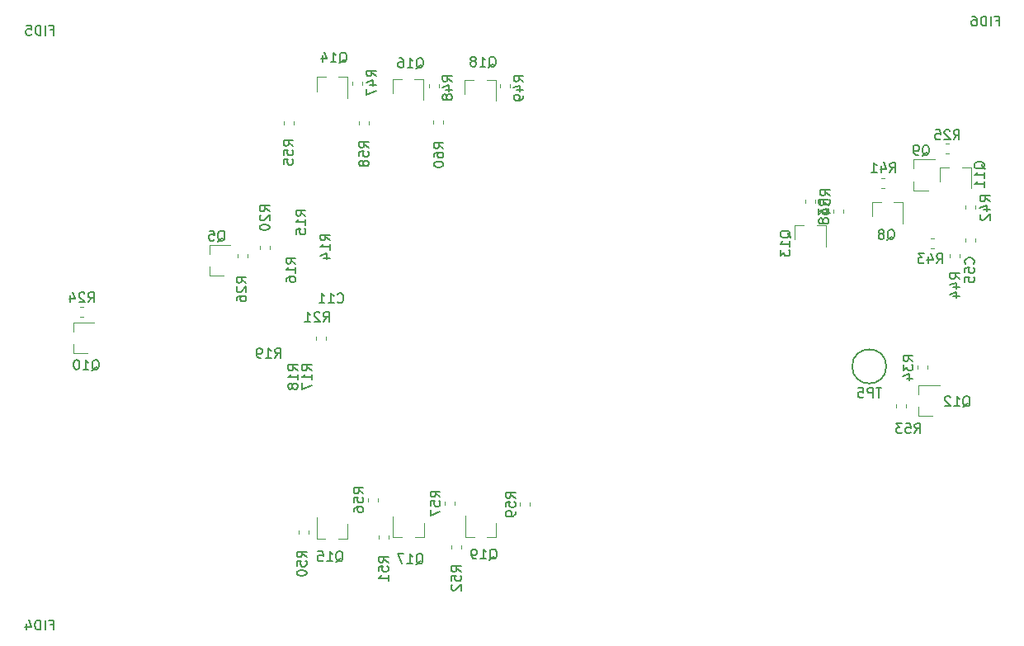
<source format=gbr>
G04 #@! TF.GenerationSoftware,KiCad,Pcbnew,(5.1.5)-3*
G04 #@! TF.CreationDate,2020-07-02T21:41:11-07:00*
G04 #@! TF.ProjectId,Pufferfish-Power-1,50756666-6572-4666-9973-682d506f7765,v0.1*
G04 #@! TF.SameCoordinates,Original*
G04 #@! TF.FileFunction,Legend,Bot*
G04 #@! TF.FilePolarity,Positive*
%FSLAX46Y46*%
G04 Gerber Fmt 4.6, Leading zero omitted, Abs format (unit mm)*
G04 Created by KiCad (PCBNEW (5.1.5)-3) date 2020-07-02 21:41:11*
%MOMM*%
%LPD*%
G04 APERTURE LIST*
%ADD10C,0.120000*%
%ADD11C,0.150000*%
G04 APERTURE END LIST*
D10*
X198676800Y-95869979D02*
X198676800Y-95544421D01*
X199696800Y-95869979D02*
X199696800Y-95544421D01*
D11*
X190599000Y-108635800D02*
G75*
G03X190599000Y-108635800I-1750000J0D01*
G01*
D10*
X150551000Y-126134400D02*
X150551000Y-124674400D01*
X147391000Y-126134400D02*
X147391000Y-123974400D01*
X147391000Y-126134400D02*
X148321000Y-126134400D01*
X150551000Y-126134400D02*
X149621000Y-126134400D01*
X147340200Y-79224600D02*
X147340200Y-80684600D01*
X150500200Y-79224600D02*
X150500200Y-81384600D01*
X150500200Y-79224600D02*
X149570200Y-79224600D01*
X147340200Y-79224600D02*
X148270200Y-79224600D01*
X143134200Y-126159800D02*
X143134200Y-124699800D01*
X139974200Y-126159800D02*
X139974200Y-123999800D01*
X139974200Y-126159800D02*
X140904200Y-126159800D01*
X143134200Y-126159800D02*
X142204200Y-126159800D01*
X139948800Y-79123000D02*
X139948800Y-80583000D01*
X143108800Y-79123000D02*
X143108800Y-81283000D01*
X143108800Y-79123000D02*
X142178800Y-79123000D01*
X139948800Y-79123000D02*
X140878800Y-79123000D01*
X135285600Y-126286800D02*
X135285600Y-124826800D01*
X132125600Y-126286800D02*
X132125600Y-124126800D01*
X132125600Y-126286800D02*
X133055600Y-126286800D01*
X135285600Y-126286800D02*
X134355600Y-126286800D01*
X132176400Y-78945200D02*
X132176400Y-80405200D01*
X135336400Y-78945200D02*
X135336400Y-81105200D01*
X135336400Y-78945200D02*
X134406400Y-78945200D01*
X132176400Y-78945200D02*
X133106400Y-78945200D01*
X144143000Y-83754179D02*
X144143000Y-83428621D01*
X145163000Y-83754179D02*
X145163000Y-83428621D01*
X154027600Y-122620821D02*
X154027600Y-122946379D01*
X153007600Y-122620821D02*
X153007600Y-122946379D01*
X136446800Y-83804979D02*
X136446800Y-83479421D01*
X137466800Y-83804979D02*
X137466800Y-83479421D01*
X146306000Y-122519221D02*
X146306000Y-122844779D01*
X145286000Y-122519221D02*
X145286000Y-122844779D01*
X138432000Y-122163621D02*
X138432000Y-122489179D01*
X137412000Y-122163621D02*
X137412000Y-122489179D01*
X128750600Y-83830379D02*
X128750600Y-83504821D01*
X129770600Y-83830379D02*
X129770600Y-83504821D01*
X183339200Y-91531221D02*
X183339200Y-91856779D01*
X182319200Y-91531221D02*
X182319200Y-91856779D01*
X192635600Y-112562421D02*
X192635600Y-112887979D01*
X191615600Y-112562421D02*
X191615600Y-112887979D01*
X196712621Y-85748400D02*
X197038179Y-85748400D01*
X196712621Y-86768400D02*
X197038179Y-86768400D01*
X108214379Y-103532400D02*
X107888821Y-103532400D01*
X108214379Y-102512400D02*
X107888821Y-102512400D01*
X181208600Y-94150400D02*
X181208600Y-95610400D01*
X184368600Y-94150400D02*
X184368600Y-96310400D01*
X184368600Y-94150400D02*
X183438600Y-94150400D01*
X181208600Y-94150400D02*
X182138600Y-94150400D01*
X193905600Y-113746400D02*
X195365600Y-113746400D01*
X193905600Y-110586400D02*
X196065600Y-110586400D01*
X193905600Y-110586400D02*
X193905600Y-111516400D01*
X193905600Y-113746400D02*
X193905600Y-112816400D01*
X196108200Y-88190800D02*
X196108200Y-89650800D01*
X199268200Y-88190800D02*
X199268200Y-90350800D01*
X199268200Y-88190800D02*
X198338200Y-88190800D01*
X196108200Y-88190800D02*
X197038200Y-88190800D01*
X107164600Y-107269400D02*
X108624600Y-107269400D01*
X107164600Y-104109400D02*
X109324600Y-104109400D01*
X107164600Y-104109400D02*
X107164600Y-105039400D01*
X107164600Y-107269400D02*
X107164600Y-106339400D01*
X145946400Y-127340579D02*
X145946400Y-127015021D01*
X146966400Y-127340579D02*
X146966400Y-127015021D01*
X138504200Y-126349979D02*
X138504200Y-126024421D01*
X139524200Y-126349979D02*
X139524200Y-126024421D01*
X130274600Y-125816579D02*
X130274600Y-125491021D01*
X131294600Y-125816579D02*
X131294600Y-125491021D01*
X151970200Y-79694821D02*
X151970200Y-80020379D01*
X150950200Y-79694821D02*
X150950200Y-80020379D01*
X144680400Y-79694821D02*
X144680400Y-80020379D01*
X143660400Y-79694821D02*
X143660400Y-80020379D01*
X136831800Y-79390021D02*
X136831800Y-79715579D01*
X135811800Y-79390021D02*
X135811800Y-79715579D01*
X198147400Y-97119221D02*
X198147400Y-97444779D01*
X197127400Y-97119221D02*
X197127400Y-97444779D01*
X195137821Y-95476600D02*
X195463379Y-95476600D01*
X195137821Y-96496600D02*
X195463379Y-96496600D01*
X199722200Y-92115421D02*
X199722200Y-92440979D01*
X198702200Y-92115421D02*
X198702200Y-92440979D01*
X190108621Y-89329800D02*
X190434179Y-89329800D01*
X190108621Y-90349800D02*
X190434179Y-90349800D01*
X193423000Y-90556200D02*
X194883000Y-90556200D01*
X193423000Y-87396200D02*
X195583000Y-87396200D01*
X193423000Y-87396200D02*
X193423000Y-88326200D01*
X193423000Y-90556200D02*
X193423000Y-89626200D01*
X189148600Y-91797600D02*
X189148600Y-93257600D01*
X192308600Y-91797600D02*
X192308600Y-93957600D01*
X192308600Y-91797600D02*
X191378600Y-91797600D01*
X189148600Y-91797600D02*
X190078600Y-91797600D01*
X186158600Y-92572621D02*
X186158600Y-92898179D01*
X185138600Y-92572621D02*
X185138600Y-92898179D01*
X194820000Y-108574621D02*
X194820000Y-108900179D01*
X193800000Y-108574621D02*
X193800000Y-108900179D01*
X125097000Y-97144621D02*
X125097000Y-97470179D01*
X124077000Y-97144621D02*
X124077000Y-97470179D01*
X121134600Y-99344600D02*
X122594600Y-99344600D01*
X121134600Y-96184600D02*
X123294600Y-96184600D01*
X121134600Y-96184600D02*
X121134600Y-97114600D01*
X121134600Y-99344600D02*
X121134600Y-98414600D01*
X133098000Y-105602821D02*
X133098000Y-105928379D01*
X132078000Y-105602821D02*
X132078000Y-105928379D01*
X126363000Y-96581179D02*
X126363000Y-96255621D01*
X127383000Y-96581179D02*
X127383000Y-96255621D01*
D11*
X199543942Y-98112342D02*
X199591561Y-98064723D01*
X199639180Y-97921866D01*
X199639180Y-97826628D01*
X199591561Y-97683771D01*
X199496323Y-97588533D01*
X199401085Y-97540914D01*
X199210609Y-97493295D01*
X199067752Y-97493295D01*
X198877276Y-97540914D01*
X198782038Y-97588533D01*
X198686800Y-97683771D01*
X198639180Y-97826628D01*
X198639180Y-97921866D01*
X198686800Y-98064723D01*
X198734419Y-98112342D01*
X198639180Y-99017104D02*
X198639180Y-98540914D01*
X199115371Y-98493295D01*
X199067752Y-98540914D01*
X199020133Y-98636152D01*
X199020133Y-98874247D01*
X199067752Y-98969485D01*
X199115371Y-99017104D01*
X199210609Y-99064723D01*
X199448704Y-99064723D01*
X199543942Y-99017104D01*
X199591561Y-98969485D01*
X199639180Y-98874247D01*
X199639180Y-98636152D01*
X199591561Y-98540914D01*
X199543942Y-98493295D01*
X198639180Y-99969485D02*
X198639180Y-99493295D01*
X199115371Y-99445676D01*
X199067752Y-99493295D01*
X199020133Y-99588533D01*
X199020133Y-99826628D01*
X199067752Y-99921866D01*
X199115371Y-99969485D01*
X199210609Y-100017104D01*
X199448704Y-100017104D01*
X199543942Y-99969485D01*
X199591561Y-99921866D01*
X199639180Y-99826628D01*
X199639180Y-99588533D01*
X199591561Y-99493295D01*
X199543942Y-99445676D01*
X190110904Y-110838180D02*
X189539476Y-110838180D01*
X189825190Y-111838180D02*
X189825190Y-110838180D01*
X189206142Y-111838180D02*
X189206142Y-110838180D01*
X188825190Y-110838180D01*
X188729952Y-110885800D01*
X188682333Y-110933419D01*
X188634714Y-111028657D01*
X188634714Y-111171514D01*
X188682333Y-111266752D01*
X188729952Y-111314371D01*
X188825190Y-111361990D01*
X189206142Y-111361990D01*
X187729952Y-110838180D02*
X188206142Y-110838180D01*
X188253761Y-111314371D01*
X188206142Y-111266752D01*
X188110904Y-111219133D01*
X187872809Y-111219133D01*
X187777571Y-111266752D01*
X187729952Y-111314371D01*
X187682333Y-111409609D01*
X187682333Y-111647704D01*
X187729952Y-111742942D01*
X187777571Y-111790561D01*
X187872809Y-111838180D01*
X188110904Y-111838180D01*
X188206142Y-111790561D01*
X188253761Y-111742942D01*
X149872628Y-128487419D02*
X149967866Y-128439800D01*
X150063104Y-128344561D01*
X150205961Y-128201704D01*
X150301200Y-128154085D01*
X150396438Y-128154085D01*
X150348819Y-128392180D02*
X150444057Y-128344561D01*
X150539295Y-128249323D01*
X150586914Y-128058847D01*
X150586914Y-127725514D01*
X150539295Y-127535038D01*
X150444057Y-127439800D01*
X150348819Y-127392180D01*
X150158342Y-127392180D01*
X150063104Y-127439800D01*
X149967866Y-127535038D01*
X149920247Y-127725514D01*
X149920247Y-128058847D01*
X149967866Y-128249323D01*
X150063104Y-128344561D01*
X150158342Y-128392180D01*
X150348819Y-128392180D01*
X148967866Y-128392180D02*
X149539295Y-128392180D01*
X149253580Y-128392180D02*
X149253580Y-127392180D01*
X149348819Y-127535038D01*
X149444057Y-127630276D01*
X149539295Y-127677895D01*
X148491676Y-128392180D02*
X148301200Y-128392180D01*
X148205961Y-128344561D01*
X148158342Y-128296942D01*
X148063104Y-128154085D01*
X148015485Y-127963609D01*
X148015485Y-127582657D01*
X148063104Y-127487419D01*
X148110723Y-127439800D01*
X148205961Y-127392180D01*
X148396438Y-127392180D01*
X148491676Y-127439800D01*
X148539295Y-127487419D01*
X148586914Y-127582657D01*
X148586914Y-127820752D01*
X148539295Y-127915990D01*
X148491676Y-127963609D01*
X148396438Y-128011228D01*
X148205961Y-128011228D01*
X148110723Y-127963609D01*
X148063104Y-127915990D01*
X148015485Y-127820752D01*
X149796428Y-77966819D02*
X149891666Y-77919200D01*
X149986904Y-77823961D01*
X150129761Y-77681104D01*
X150225000Y-77633485D01*
X150320238Y-77633485D01*
X150272619Y-77871580D02*
X150367857Y-77823961D01*
X150463095Y-77728723D01*
X150510714Y-77538247D01*
X150510714Y-77204914D01*
X150463095Y-77014438D01*
X150367857Y-76919200D01*
X150272619Y-76871580D01*
X150082142Y-76871580D01*
X149986904Y-76919200D01*
X149891666Y-77014438D01*
X149844047Y-77204914D01*
X149844047Y-77538247D01*
X149891666Y-77728723D01*
X149986904Y-77823961D01*
X150082142Y-77871580D01*
X150272619Y-77871580D01*
X148891666Y-77871580D02*
X149463095Y-77871580D01*
X149177380Y-77871580D02*
X149177380Y-76871580D01*
X149272619Y-77014438D01*
X149367857Y-77109676D01*
X149463095Y-77157295D01*
X148320238Y-77300152D02*
X148415476Y-77252533D01*
X148463095Y-77204914D01*
X148510714Y-77109676D01*
X148510714Y-77062057D01*
X148463095Y-76966819D01*
X148415476Y-76919200D01*
X148320238Y-76871580D01*
X148129761Y-76871580D01*
X148034523Y-76919200D01*
X147986904Y-76966819D01*
X147939285Y-77062057D01*
X147939285Y-77109676D01*
X147986904Y-77204914D01*
X148034523Y-77252533D01*
X148129761Y-77300152D01*
X148320238Y-77300152D01*
X148415476Y-77347771D01*
X148463095Y-77395390D01*
X148510714Y-77490628D01*
X148510714Y-77681104D01*
X148463095Y-77776342D01*
X148415476Y-77823961D01*
X148320238Y-77871580D01*
X148129761Y-77871580D01*
X148034523Y-77823961D01*
X147986904Y-77776342D01*
X147939285Y-77681104D01*
X147939285Y-77490628D01*
X147986904Y-77395390D01*
X148034523Y-77347771D01*
X148129761Y-77300152D01*
X142328828Y-128970019D02*
X142424066Y-128922400D01*
X142519304Y-128827161D01*
X142662161Y-128684304D01*
X142757400Y-128636685D01*
X142852638Y-128636685D01*
X142805019Y-128874780D02*
X142900257Y-128827161D01*
X142995495Y-128731923D01*
X143043114Y-128541447D01*
X143043114Y-128208114D01*
X142995495Y-128017638D01*
X142900257Y-127922400D01*
X142805019Y-127874780D01*
X142614542Y-127874780D01*
X142519304Y-127922400D01*
X142424066Y-128017638D01*
X142376447Y-128208114D01*
X142376447Y-128541447D01*
X142424066Y-128731923D01*
X142519304Y-128827161D01*
X142614542Y-128874780D01*
X142805019Y-128874780D01*
X141424066Y-128874780D02*
X141995495Y-128874780D01*
X141709780Y-128874780D02*
X141709780Y-127874780D01*
X141805019Y-128017638D01*
X141900257Y-128112876D01*
X141995495Y-128160495D01*
X141090733Y-127874780D02*
X140424066Y-127874780D01*
X140852638Y-128874780D01*
X142354228Y-78068419D02*
X142449466Y-78020800D01*
X142544704Y-77925561D01*
X142687561Y-77782704D01*
X142782800Y-77735085D01*
X142878038Y-77735085D01*
X142830419Y-77973180D02*
X142925657Y-77925561D01*
X143020895Y-77830323D01*
X143068514Y-77639847D01*
X143068514Y-77306514D01*
X143020895Y-77116038D01*
X142925657Y-77020800D01*
X142830419Y-76973180D01*
X142639942Y-76973180D01*
X142544704Y-77020800D01*
X142449466Y-77116038D01*
X142401847Y-77306514D01*
X142401847Y-77639847D01*
X142449466Y-77830323D01*
X142544704Y-77925561D01*
X142639942Y-77973180D01*
X142830419Y-77973180D01*
X141449466Y-77973180D02*
X142020895Y-77973180D01*
X141735180Y-77973180D02*
X141735180Y-76973180D01*
X141830419Y-77116038D01*
X141925657Y-77211276D01*
X142020895Y-77258895D01*
X140592323Y-76973180D02*
X140782800Y-76973180D01*
X140878038Y-77020800D01*
X140925657Y-77068419D01*
X141020895Y-77211276D01*
X141068514Y-77401752D01*
X141068514Y-77782704D01*
X141020895Y-77877942D01*
X140973276Y-77925561D01*
X140878038Y-77973180D01*
X140687561Y-77973180D01*
X140592323Y-77925561D01*
X140544704Y-77877942D01*
X140497085Y-77782704D01*
X140497085Y-77544609D01*
X140544704Y-77449371D01*
X140592323Y-77401752D01*
X140687561Y-77354133D01*
X140878038Y-77354133D01*
X140973276Y-77401752D01*
X141020895Y-77449371D01*
X141068514Y-77544609D01*
X134099228Y-128716019D02*
X134194466Y-128668400D01*
X134289704Y-128573161D01*
X134432561Y-128430304D01*
X134527800Y-128382685D01*
X134623038Y-128382685D01*
X134575419Y-128620780D02*
X134670657Y-128573161D01*
X134765895Y-128477923D01*
X134813514Y-128287447D01*
X134813514Y-127954114D01*
X134765895Y-127763638D01*
X134670657Y-127668400D01*
X134575419Y-127620780D01*
X134384942Y-127620780D01*
X134289704Y-127668400D01*
X134194466Y-127763638D01*
X134146847Y-127954114D01*
X134146847Y-128287447D01*
X134194466Y-128477923D01*
X134289704Y-128573161D01*
X134384942Y-128620780D01*
X134575419Y-128620780D01*
X133194466Y-128620780D02*
X133765895Y-128620780D01*
X133480180Y-128620780D02*
X133480180Y-127620780D01*
X133575419Y-127763638D01*
X133670657Y-127858876D01*
X133765895Y-127906495D01*
X132289704Y-127620780D02*
X132765895Y-127620780D01*
X132813514Y-128096971D01*
X132765895Y-128049352D01*
X132670657Y-128001733D01*
X132432561Y-128001733D01*
X132337323Y-128049352D01*
X132289704Y-128096971D01*
X132242085Y-128192209D01*
X132242085Y-128430304D01*
X132289704Y-128525542D01*
X132337323Y-128573161D01*
X132432561Y-128620780D01*
X132670657Y-128620780D01*
X132765895Y-128573161D01*
X132813514Y-128525542D01*
X134480228Y-77509619D02*
X134575466Y-77462000D01*
X134670704Y-77366761D01*
X134813561Y-77223904D01*
X134908800Y-77176285D01*
X135004038Y-77176285D01*
X134956419Y-77414380D02*
X135051657Y-77366761D01*
X135146895Y-77271523D01*
X135194514Y-77081047D01*
X135194514Y-76747714D01*
X135146895Y-76557238D01*
X135051657Y-76462000D01*
X134956419Y-76414380D01*
X134765942Y-76414380D01*
X134670704Y-76462000D01*
X134575466Y-76557238D01*
X134527847Y-76747714D01*
X134527847Y-77081047D01*
X134575466Y-77271523D01*
X134670704Y-77366761D01*
X134765942Y-77414380D01*
X134956419Y-77414380D01*
X133575466Y-77414380D02*
X134146895Y-77414380D01*
X133861180Y-77414380D02*
X133861180Y-76414380D01*
X133956419Y-76557238D01*
X134051657Y-76652476D01*
X134146895Y-76700095D01*
X132718323Y-76747714D02*
X132718323Y-77414380D01*
X132956419Y-76366761D02*
X133194514Y-77081047D01*
X132575466Y-77081047D01*
X145156180Y-86275942D02*
X144679990Y-85942609D01*
X145156180Y-85704514D02*
X144156180Y-85704514D01*
X144156180Y-86085466D01*
X144203800Y-86180704D01*
X144251419Y-86228323D01*
X144346657Y-86275942D01*
X144489514Y-86275942D01*
X144584752Y-86228323D01*
X144632371Y-86180704D01*
X144679990Y-86085466D01*
X144679990Y-85704514D01*
X144156180Y-87133085D02*
X144156180Y-86942609D01*
X144203800Y-86847371D01*
X144251419Y-86799752D01*
X144394276Y-86704514D01*
X144584752Y-86656895D01*
X144965704Y-86656895D01*
X145060942Y-86704514D01*
X145108561Y-86752133D01*
X145156180Y-86847371D01*
X145156180Y-87037847D01*
X145108561Y-87133085D01*
X145060942Y-87180704D01*
X144965704Y-87228323D01*
X144727609Y-87228323D01*
X144632371Y-87180704D01*
X144584752Y-87133085D01*
X144537133Y-87037847D01*
X144537133Y-86847371D01*
X144584752Y-86752133D01*
X144632371Y-86704514D01*
X144727609Y-86656895D01*
X144156180Y-87847371D02*
X144156180Y-87942609D01*
X144203800Y-88037847D01*
X144251419Y-88085466D01*
X144346657Y-88133085D01*
X144537133Y-88180704D01*
X144775228Y-88180704D01*
X144965704Y-88133085D01*
X145060942Y-88085466D01*
X145108561Y-88037847D01*
X145156180Y-87942609D01*
X145156180Y-87847371D01*
X145108561Y-87752133D01*
X145060942Y-87704514D01*
X144965704Y-87656895D01*
X144775228Y-87609276D01*
X144537133Y-87609276D01*
X144346657Y-87656895D01*
X144251419Y-87704514D01*
X144203800Y-87752133D01*
X144156180Y-87847371D01*
X152539980Y-122140742D02*
X152063790Y-121807409D01*
X152539980Y-121569314D02*
X151539980Y-121569314D01*
X151539980Y-121950266D01*
X151587600Y-122045504D01*
X151635219Y-122093123D01*
X151730457Y-122140742D01*
X151873314Y-122140742D01*
X151968552Y-122093123D01*
X152016171Y-122045504D01*
X152063790Y-121950266D01*
X152063790Y-121569314D01*
X151539980Y-123045504D02*
X151539980Y-122569314D01*
X152016171Y-122521695D01*
X151968552Y-122569314D01*
X151920933Y-122664552D01*
X151920933Y-122902647D01*
X151968552Y-122997885D01*
X152016171Y-123045504D01*
X152111409Y-123093123D01*
X152349504Y-123093123D01*
X152444742Y-123045504D01*
X152492361Y-122997885D01*
X152539980Y-122902647D01*
X152539980Y-122664552D01*
X152492361Y-122569314D01*
X152444742Y-122521695D01*
X152539980Y-123569314D02*
X152539980Y-123759790D01*
X152492361Y-123855028D01*
X152444742Y-123902647D01*
X152301885Y-123997885D01*
X152111409Y-124045504D01*
X151730457Y-124045504D01*
X151635219Y-123997885D01*
X151587600Y-123950266D01*
X151539980Y-123855028D01*
X151539980Y-123664552D01*
X151587600Y-123569314D01*
X151635219Y-123521695D01*
X151730457Y-123474076D01*
X151968552Y-123474076D01*
X152063790Y-123521695D01*
X152111409Y-123569314D01*
X152159028Y-123664552D01*
X152159028Y-123855028D01*
X152111409Y-123950266D01*
X152063790Y-123997885D01*
X151968552Y-124045504D01*
X137485380Y-86174342D02*
X137009190Y-85841009D01*
X137485380Y-85602914D02*
X136485380Y-85602914D01*
X136485380Y-85983866D01*
X136533000Y-86079104D01*
X136580619Y-86126723D01*
X136675857Y-86174342D01*
X136818714Y-86174342D01*
X136913952Y-86126723D01*
X136961571Y-86079104D01*
X137009190Y-85983866D01*
X137009190Y-85602914D01*
X136485380Y-87079104D02*
X136485380Y-86602914D01*
X136961571Y-86555295D01*
X136913952Y-86602914D01*
X136866333Y-86698152D01*
X136866333Y-86936247D01*
X136913952Y-87031485D01*
X136961571Y-87079104D01*
X137056809Y-87126723D01*
X137294904Y-87126723D01*
X137390142Y-87079104D01*
X137437761Y-87031485D01*
X137485380Y-86936247D01*
X137485380Y-86698152D01*
X137437761Y-86602914D01*
X137390142Y-86555295D01*
X136913952Y-87698152D02*
X136866333Y-87602914D01*
X136818714Y-87555295D01*
X136723476Y-87507676D01*
X136675857Y-87507676D01*
X136580619Y-87555295D01*
X136533000Y-87602914D01*
X136485380Y-87698152D01*
X136485380Y-87888628D01*
X136533000Y-87983866D01*
X136580619Y-88031485D01*
X136675857Y-88079104D01*
X136723476Y-88079104D01*
X136818714Y-88031485D01*
X136866333Y-87983866D01*
X136913952Y-87888628D01*
X136913952Y-87698152D01*
X136961571Y-87602914D01*
X137009190Y-87555295D01*
X137104428Y-87507676D01*
X137294904Y-87507676D01*
X137390142Y-87555295D01*
X137437761Y-87602914D01*
X137485380Y-87698152D01*
X137485380Y-87888628D01*
X137437761Y-87983866D01*
X137390142Y-88031485D01*
X137294904Y-88079104D01*
X137104428Y-88079104D01*
X137009190Y-88031485D01*
X136961571Y-87983866D01*
X136913952Y-87888628D01*
X144818380Y-122039142D02*
X144342190Y-121705809D01*
X144818380Y-121467714D02*
X143818380Y-121467714D01*
X143818380Y-121848666D01*
X143866000Y-121943904D01*
X143913619Y-121991523D01*
X144008857Y-122039142D01*
X144151714Y-122039142D01*
X144246952Y-121991523D01*
X144294571Y-121943904D01*
X144342190Y-121848666D01*
X144342190Y-121467714D01*
X143818380Y-122943904D02*
X143818380Y-122467714D01*
X144294571Y-122420095D01*
X144246952Y-122467714D01*
X144199333Y-122562952D01*
X144199333Y-122801047D01*
X144246952Y-122896285D01*
X144294571Y-122943904D01*
X144389809Y-122991523D01*
X144627904Y-122991523D01*
X144723142Y-122943904D01*
X144770761Y-122896285D01*
X144818380Y-122801047D01*
X144818380Y-122562952D01*
X144770761Y-122467714D01*
X144723142Y-122420095D01*
X143818380Y-123324857D02*
X143818380Y-123991523D01*
X144818380Y-123562952D01*
X136944380Y-121683542D02*
X136468190Y-121350209D01*
X136944380Y-121112114D02*
X135944380Y-121112114D01*
X135944380Y-121493066D01*
X135992000Y-121588304D01*
X136039619Y-121635923D01*
X136134857Y-121683542D01*
X136277714Y-121683542D01*
X136372952Y-121635923D01*
X136420571Y-121588304D01*
X136468190Y-121493066D01*
X136468190Y-121112114D01*
X135944380Y-122588304D02*
X135944380Y-122112114D01*
X136420571Y-122064495D01*
X136372952Y-122112114D01*
X136325333Y-122207352D01*
X136325333Y-122445447D01*
X136372952Y-122540685D01*
X136420571Y-122588304D01*
X136515809Y-122635923D01*
X136753904Y-122635923D01*
X136849142Y-122588304D01*
X136896761Y-122540685D01*
X136944380Y-122445447D01*
X136944380Y-122207352D01*
X136896761Y-122112114D01*
X136849142Y-122064495D01*
X135944380Y-123493066D02*
X135944380Y-123302590D01*
X135992000Y-123207352D01*
X136039619Y-123159733D01*
X136182476Y-123064495D01*
X136372952Y-123016876D01*
X136753904Y-123016876D01*
X136849142Y-123064495D01*
X136896761Y-123112114D01*
X136944380Y-123207352D01*
X136944380Y-123397828D01*
X136896761Y-123493066D01*
X136849142Y-123540685D01*
X136753904Y-123588304D01*
X136515809Y-123588304D01*
X136420571Y-123540685D01*
X136372952Y-123493066D01*
X136325333Y-123397828D01*
X136325333Y-123207352D01*
X136372952Y-123112114D01*
X136420571Y-123064495D01*
X136515809Y-123016876D01*
X129738380Y-86021942D02*
X129262190Y-85688609D01*
X129738380Y-85450514D02*
X128738380Y-85450514D01*
X128738380Y-85831466D01*
X128786000Y-85926704D01*
X128833619Y-85974323D01*
X128928857Y-86021942D01*
X129071714Y-86021942D01*
X129166952Y-85974323D01*
X129214571Y-85926704D01*
X129262190Y-85831466D01*
X129262190Y-85450514D01*
X128738380Y-86926704D02*
X128738380Y-86450514D01*
X129214571Y-86402895D01*
X129166952Y-86450514D01*
X129119333Y-86545752D01*
X129119333Y-86783847D01*
X129166952Y-86879085D01*
X129214571Y-86926704D01*
X129309809Y-86974323D01*
X129547904Y-86974323D01*
X129643142Y-86926704D01*
X129690761Y-86879085D01*
X129738380Y-86783847D01*
X129738380Y-86545752D01*
X129690761Y-86450514D01*
X129643142Y-86402895D01*
X128738380Y-87879085D02*
X128738380Y-87402895D01*
X129214571Y-87355276D01*
X129166952Y-87402895D01*
X129119333Y-87498133D01*
X129119333Y-87736228D01*
X129166952Y-87831466D01*
X129214571Y-87879085D01*
X129309809Y-87926704D01*
X129547904Y-87926704D01*
X129643142Y-87879085D01*
X129690761Y-87831466D01*
X129738380Y-87736228D01*
X129738380Y-87498133D01*
X129690761Y-87402895D01*
X129643142Y-87355276D01*
X184805580Y-91101942D02*
X184329390Y-90768609D01*
X184805580Y-90530514D02*
X183805580Y-90530514D01*
X183805580Y-90911466D01*
X183853200Y-91006704D01*
X183900819Y-91054323D01*
X183996057Y-91101942D01*
X184138914Y-91101942D01*
X184234152Y-91054323D01*
X184281771Y-91006704D01*
X184329390Y-90911466D01*
X184329390Y-90530514D01*
X183805580Y-92006704D02*
X183805580Y-91530514D01*
X184281771Y-91482895D01*
X184234152Y-91530514D01*
X184186533Y-91625752D01*
X184186533Y-91863847D01*
X184234152Y-91959085D01*
X184281771Y-92006704D01*
X184377009Y-92054323D01*
X184615104Y-92054323D01*
X184710342Y-92006704D01*
X184757961Y-91959085D01*
X184805580Y-91863847D01*
X184805580Y-91625752D01*
X184757961Y-91530514D01*
X184710342Y-91482895D01*
X184138914Y-92911466D02*
X184805580Y-92911466D01*
X183757961Y-92673371D02*
X184472247Y-92435276D01*
X184472247Y-93054323D01*
X193505057Y-115488980D02*
X193838390Y-115012790D01*
X194076485Y-115488980D02*
X194076485Y-114488980D01*
X193695533Y-114488980D01*
X193600295Y-114536600D01*
X193552676Y-114584219D01*
X193505057Y-114679457D01*
X193505057Y-114822314D01*
X193552676Y-114917552D01*
X193600295Y-114965171D01*
X193695533Y-115012790D01*
X194076485Y-115012790D01*
X192600295Y-114488980D02*
X193076485Y-114488980D01*
X193124104Y-114965171D01*
X193076485Y-114917552D01*
X192981247Y-114869933D01*
X192743152Y-114869933D01*
X192647914Y-114917552D01*
X192600295Y-114965171D01*
X192552676Y-115060409D01*
X192552676Y-115298504D01*
X192600295Y-115393742D01*
X192647914Y-115441361D01*
X192743152Y-115488980D01*
X192981247Y-115488980D01*
X193076485Y-115441361D01*
X193124104Y-115393742D01*
X192219342Y-114488980D02*
X191600295Y-114488980D01*
X191933628Y-114869933D01*
X191790771Y-114869933D01*
X191695533Y-114917552D01*
X191647914Y-114965171D01*
X191600295Y-115060409D01*
X191600295Y-115298504D01*
X191647914Y-115393742D01*
X191695533Y-115441361D01*
X191790771Y-115488980D01*
X192076485Y-115488980D01*
X192171723Y-115441361D01*
X192219342Y-115393742D01*
X197492857Y-85364580D02*
X197826190Y-84888390D01*
X198064285Y-85364580D02*
X198064285Y-84364580D01*
X197683333Y-84364580D01*
X197588095Y-84412200D01*
X197540476Y-84459819D01*
X197492857Y-84555057D01*
X197492857Y-84697914D01*
X197540476Y-84793152D01*
X197588095Y-84840771D01*
X197683333Y-84888390D01*
X198064285Y-84888390D01*
X197111904Y-84459819D02*
X197064285Y-84412200D01*
X196969047Y-84364580D01*
X196730952Y-84364580D01*
X196635714Y-84412200D01*
X196588095Y-84459819D01*
X196540476Y-84555057D01*
X196540476Y-84650295D01*
X196588095Y-84793152D01*
X197159523Y-85364580D01*
X196540476Y-85364580D01*
X195635714Y-84364580D02*
X196111904Y-84364580D01*
X196159523Y-84840771D01*
X196111904Y-84793152D01*
X196016666Y-84745533D01*
X195778571Y-84745533D01*
X195683333Y-84793152D01*
X195635714Y-84840771D01*
X195588095Y-84936009D01*
X195588095Y-85174104D01*
X195635714Y-85269342D01*
X195683333Y-85316961D01*
X195778571Y-85364580D01*
X196016666Y-85364580D01*
X196111904Y-85316961D01*
X196159523Y-85269342D01*
X108694457Y-102044780D02*
X109027790Y-101568590D01*
X109265885Y-102044780D02*
X109265885Y-101044780D01*
X108884933Y-101044780D01*
X108789695Y-101092400D01*
X108742076Y-101140019D01*
X108694457Y-101235257D01*
X108694457Y-101378114D01*
X108742076Y-101473352D01*
X108789695Y-101520971D01*
X108884933Y-101568590D01*
X109265885Y-101568590D01*
X108313504Y-101140019D02*
X108265885Y-101092400D01*
X108170647Y-101044780D01*
X107932552Y-101044780D01*
X107837314Y-101092400D01*
X107789695Y-101140019D01*
X107742076Y-101235257D01*
X107742076Y-101330495D01*
X107789695Y-101473352D01*
X108361123Y-102044780D01*
X107742076Y-102044780D01*
X106884933Y-101378114D02*
X106884933Y-102044780D01*
X107123028Y-100997161D02*
X107361123Y-101711447D01*
X106742076Y-101711447D01*
X180806419Y-95440571D02*
X180758800Y-95345333D01*
X180663561Y-95250095D01*
X180520704Y-95107238D01*
X180473085Y-95012000D01*
X180473085Y-94916761D01*
X180711180Y-94964380D02*
X180663561Y-94869142D01*
X180568323Y-94773904D01*
X180377847Y-94726285D01*
X180044514Y-94726285D01*
X179854038Y-94773904D01*
X179758800Y-94869142D01*
X179711180Y-94964380D01*
X179711180Y-95154857D01*
X179758800Y-95250095D01*
X179854038Y-95345333D01*
X180044514Y-95392952D01*
X180377847Y-95392952D01*
X180568323Y-95345333D01*
X180663561Y-95250095D01*
X180711180Y-95154857D01*
X180711180Y-94964380D01*
X180711180Y-96345333D02*
X180711180Y-95773904D01*
X180711180Y-96059619D02*
X179711180Y-96059619D01*
X179854038Y-95964380D01*
X179949276Y-95869142D01*
X179996895Y-95773904D01*
X179711180Y-96678666D02*
X179711180Y-97297714D01*
X180092133Y-96964380D01*
X180092133Y-97107238D01*
X180139752Y-97202476D01*
X180187371Y-97250095D01*
X180282609Y-97297714D01*
X180520704Y-97297714D01*
X180615942Y-97250095D01*
X180663561Y-97202476D01*
X180711180Y-97107238D01*
X180711180Y-96821523D01*
X180663561Y-96726285D01*
X180615942Y-96678666D01*
X198446828Y-112805419D02*
X198542066Y-112757800D01*
X198637304Y-112662561D01*
X198780161Y-112519704D01*
X198875400Y-112472085D01*
X198970638Y-112472085D01*
X198923019Y-112710180D02*
X199018257Y-112662561D01*
X199113495Y-112567323D01*
X199161114Y-112376847D01*
X199161114Y-112043514D01*
X199113495Y-111853038D01*
X199018257Y-111757800D01*
X198923019Y-111710180D01*
X198732542Y-111710180D01*
X198637304Y-111757800D01*
X198542066Y-111853038D01*
X198494447Y-112043514D01*
X198494447Y-112376847D01*
X198542066Y-112567323D01*
X198637304Y-112662561D01*
X198732542Y-112710180D01*
X198923019Y-112710180D01*
X197542066Y-112710180D02*
X198113495Y-112710180D01*
X197827780Y-112710180D02*
X197827780Y-111710180D01*
X197923019Y-111853038D01*
X198018257Y-111948276D01*
X198113495Y-111995895D01*
X197161114Y-111805419D02*
X197113495Y-111757800D01*
X197018257Y-111710180D01*
X196780161Y-111710180D01*
X196684923Y-111757800D01*
X196637304Y-111805419D01*
X196589685Y-111900657D01*
X196589685Y-111995895D01*
X196637304Y-112138752D01*
X197208733Y-112710180D01*
X196589685Y-112710180D01*
X200735819Y-88379371D02*
X200688200Y-88284133D01*
X200592961Y-88188895D01*
X200450104Y-88046038D01*
X200402485Y-87950800D01*
X200402485Y-87855561D01*
X200640580Y-87903180D02*
X200592961Y-87807942D01*
X200497723Y-87712704D01*
X200307247Y-87665085D01*
X199973914Y-87665085D01*
X199783438Y-87712704D01*
X199688200Y-87807942D01*
X199640580Y-87903180D01*
X199640580Y-88093657D01*
X199688200Y-88188895D01*
X199783438Y-88284133D01*
X199973914Y-88331752D01*
X200307247Y-88331752D01*
X200497723Y-88284133D01*
X200592961Y-88188895D01*
X200640580Y-88093657D01*
X200640580Y-87903180D01*
X200640580Y-89284133D02*
X200640580Y-88712704D01*
X200640580Y-88998419D02*
X199640580Y-88998419D01*
X199783438Y-88903180D01*
X199878676Y-88807942D01*
X199926295Y-88712704D01*
X200640580Y-90236514D02*
X200640580Y-89665085D01*
X200640580Y-89950800D02*
X199640580Y-89950800D01*
X199783438Y-89855561D01*
X199878676Y-89760323D01*
X199926295Y-89665085D01*
X109080228Y-109056419D02*
X109175466Y-109008800D01*
X109270704Y-108913561D01*
X109413561Y-108770704D01*
X109508800Y-108723085D01*
X109604038Y-108723085D01*
X109556419Y-108961180D02*
X109651657Y-108913561D01*
X109746895Y-108818323D01*
X109794514Y-108627847D01*
X109794514Y-108294514D01*
X109746895Y-108104038D01*
X109651657Y-108008800D01*
X109556419Y-107961180D01*
X109365942Y-107961180D01*
X109270704Y-108008800D01*
X109175466Y-108104038D01*
X109127847Y-108294514D01*
X109127847Y-108627847D01*
X109175466Y-108818323D01*
X109270704Y-108913561D01*
X109365942Y-108961180D01*
X109556419Y-108961180D01*
X108175466Y-108961180D02*
X108746895Y-108961180D01*
X108461180Y-108961180D02*
X108461180Y-107961180D01*
X108556419Y-108104038D01*
X108651657Y-108199276D01*
X108746895Y-108246895D01*
X107556419Y-107961180D02*
X107461180Y-107961180D01*
X107365942Y-108008800D01*
X107318323Y-108056419D01*
X107270704Y-108151657D01*
X107223085Y-108342133D01*
X107223085Y-108580228D01*
X107270704Y-108770704D01*
X107318323Y-108865942D01*
X107365942Y-108913561D01*
X107461180Y-108961180D01*
X107556419Y-108961180D01*
X107651657Y-108913561D01*
X107699276Y-108865942D01*
X107746895Y-108770704D01*
X107794514Y-108580228D01*
X107794514Y-108342133D01*
X107746895Y-108151657D01*
X107699276Y-108056419D01*
X107651657Y-108008800D01*
X107556419Y-107961180D01*
X146959580Y-129709942D02*
X146483390Y-129376609D01*
X146959580Y-129138514D02*
X145959580Y-129138514D01*
X145959580Y-129519466D01*
X146007200Y-129614704D01*
X146054819Y-129662323D01*
X146150057Y-129709942D01*
X146292914Y-129709942D01*
X146388152Y-129662323D01*
X146435771Y-129614704D01*
X146483390Y-129519466D01*
X146483390Y-129138514D01*
X145959580Y-130614704D02*
X145959580Y-130138514D01*
X146435771Y-130090895D01*
X146388152Y-130138514D01*
X146340533Y-130233752D01*
X146340533Y-130471847D01*
X146388152Y-130567085D01*
X146435771Y-130614704D01*
X146531009Y-130662323D01*
X146769104Y-130662323D01*
X146864342Y-130614704D01*
X146911961Y-130567085D01*
X146959580Y-130471847D01*
X146959580Y-130233752D01*
X146911961Y-130138514D01*
X146864342Y-130090895D01*
X146054819Y-131043276D02*
X146007200Y-131090895D01*
X145959580Y-131186133D01*
X145959580Y-131424228D01*
X146007200Y-131519466D01*
X146054819Y-131567085D01*
X146150057Y-131614704D01*
X146245295Y-131614704D01*
X146388152Y-131567085D01*
X146959580Y-130995657D01*
X146959580Y-131614704D01*
X139491980Y-128744742D02*
X139015790Y-128411409D01*
X139491980Y-128173314D02*
X138491980Y-128173314D01*
X138491980Y-128554266D01*
X138539600Y-128649504D01*
X138587219Y-128697123D01*
X138682457Y-128744742D01*
X138825314Y-128744742D01*
X138920552Y-128697123D01*
X138968171Y-128649504D01*
X139015790Y-128554266D01*
X139015790Y-128173314D01*
X138491980Y-129649504D02*
X138491980Y-129173314D01*
X138968171Y-129125695D01*
X138920552Y-129173314D01*
X138872933Y-129268552D01*
X138872933Y-129506647D01*
X138920552Y-129601885D01*
X138968171Y-129649504D01*
X139063409Y-129697123D01*
X139301504Y-129697123D01*
X139396742Y-129649504D01*
X139444361Y-129601885D01*
X139491980Y-129506647D01*
X139491980Y-129268552D01*
X139444361Y-129173314D01*
X139396742Y-129125695D01*
X139491980Y-130649504D02*
X139491980Y-130078076D01*
X139491980Y-130363790D02*
X138491980Y-130363790D01*
X138634838Y-130268552D01*
X138730076Y-130173314D01*
X138777695Y-130078076D01*
X131109980Y-128211342D02*
X130633790Y-127878009D01*
X131109980Y-127639914D02*
X130109980Y-127639914D01*
X130109980Y-128020866D01*
X130157600Y-128116104D01*
X130205219Y-128163723D01*
X130300457Y-128211342D01*
X130443314Y-128211342D01*
X130538552Y-128163723D01*
X130586171Y-128116104D01*
X130633790Y-128020866D01*
X130633790Y-127639914D01*
X130109980Y-129116104D02*
X130109980Y-128639914D01*
X130586171Y-128592295D01*
X130538552Y-128639914D01*
X130490933Y-128735152D01*
X130490933Y-128973247D01*
X130538552Y-129068485D01*
X130586171Y-129116104D01*
X130681409Y-129163723D01*
X130919504Y-129163723D01*
X131014742Y-129116104D01*
X131062361Y-129068485D01*
X131109980Y-128973247D01*
X131109980Y-128735152D01*
X131062361Y-128639914D01*
X131014742Y-128592295D01*
X130109980Y-129782771D02*
X130109980Y-129878009D01*
X130157600Y-129973247D01*
X130205219Y-130020866D01*
X130300457Y-130068485D01*
X130490933Y-130116104D01*
X130729028Y-130116104D01*
X130919504Y-130068485D01*
X131014742Y-130020866D01*
X131062361Y-129973247D01*
X131109980Y-129878009D01*
X131109980Y-129782771D01*
X131062361Y-129687533D01*
X131014742Y-129639914D01*
X130919504Y-129592295D01*
X130729028Y-129544676D01*
X130490933Y-129544676D01*
X130300457Y-129592295D01*
X130205219Y-129639914D01*
X130157600Y-129687533D01*
X130109980Y-129782771D01*
X153360380Y-79417942D02*
X152884190Y-79084609D01*
X153360380Y-78846514D02*
X152360380Y-78846514D01*
X152360380Y-79227466D01*
X152408000Y-79322704D01*
X152455619Y-79370323D01*
X152550857Y-79417942D01*
X152693714Y-79417942D01*
X152788952Y-79370323D01*
X152836571Y-79322704D01*
X152884190Y-79227466D01*
X152884190Y-78846514D01*
X152693714Y-80275085D02*
X153360380Y-80275085D01*
X152312761Y-80036990D02*
X153027047Y-79798895D01*
X153027047Y-80417942D01*
X153360380Y-80846514D02*
X153360380Y-81036990D01*
X153312761Y-81132228D01*
X153265142Y-81179847D01*
X153122285Y-81275085D01*
X152931809Y-81322704D01*
X152550857Y-81322704D01*
X152455619Y-81275085D01*
X152408000Y-81227466D01*
X152360380Y-81132228D01*
X152360380Y-80941752D01*
X152408000Y-80846514D01*
X152455619Y-80798895D01*
X152550857Y-80751276D01*
X152788952Y-80751276D01*
X152884190Y-80798895D01*
X152931809Y-80846514D01*
X152979428Y-80941752D01*
X152979428Y-81132228D01*
X152931809Y-81227466D01*
X152884190Y-81275085D01*
X152788952Y-81322704D01*
X146045180Y-79392542D02*
X145568990Y-79059209D01*
X146045180Y-78821114D02*
X145045180Y-78821114D01*
X145045180Y-79202066D01*
X145092800Y-79297304D01*
X145140419Y-79344923D01*
X145235657Y-79392542D01*
X145378514Y-79392542D01*
X145473752Y-79344923D01*
X145521371Y-79297304D01*
X145568990Y-79202066D01*
X145568990Y-78821114D01*
X145378514Y-80249685D02*
X146045180Y-80249685D01*
X144997561Y-80011590D02*
X145711847Y-79773495D01*
X145711847Y-80392542D01*
X145473752Y-80916352D02*
X145426133Y-80821114D01*
X145378514Y-80773495D01*
X145283276Y-80725876D01*
X145235657Y-80725876D01*
X145140419Y-80773495D01*
X145092800Y-80821114D01*
X145045180Y-80916352D01*
X145045180Y-81106828D01*
X145092800Y-81202066D01*
X145140419Y-81249685D01*
X145235657Y-81297304D01*
X145283276Y-81297304D01*
X145378514Y-81249685D01*
X145426133Y-81202066D01*
X145473752Y-81106828D01*
X145473752Y-80916352D01*
X145521371Y-80821114D01*
X145568990Y-80773495D01*
X145664228Y-80725876D01*
X145854704Y-80725876D01*
X145949942Y-80773495D01*
X145997561Y-80821114D01*
X146045180Y-80916352D01*
X146045180Y-81106828D01*
X145997561Y-81202066D01*
X145949942Y-81249685D01*
X145854704Y-81297304D01*
X145664228Y-81297304D01*
X145568990Y-81249685D01*
X145521371Y-81202066D01*
X145473752Y-81106828D01*
X138272780Y-78859142D02*
X137796590Y-78525809D01*
X138272780Y-78287714D02*
X137272780Y-78287714D01*
X137272780Y-78668666D01*
X137320400Y-78763904D01*
X137368019Y-78811523D01*
X137463257Y-78859142D01*
X137606114Y-78859142D01*
X137701352Y-78811523D01*
X137748971Y-78763904D01*
X137796590Y-78668666D01*
X137796590Y-78287714D01*
X137606114Y-79716285D02*
X138272780Y-79716285D01*
X137225161Y-79478190D02*
X137939447Y-79240095D01*
X137939447Y-79859142D01*
X137272780Y-80144857D02*
X137272780Y-80811523D01*
X138272780Y-80382952D01*
X198140580Y-99661742D02*
X197664390Y-99328409D01*
X198140580Y-99090314D02*
X197140580Y-99090314D01*
X197140580Y-99471266D01*
X197188200Y-99566504D01*
X197235819Y-99614123D01*
X197331057Y-99661742D01*
X197473914Y-99661742D01*
X197569152Y-99614123D01*
X197616771Y-99566504D01*
X197664390Y-99471266D01*
X197664390Y-99090314D01*
X197473914Y-100518885D02*
X198140580Y-100518885D01*
X197092961Y-100280790D02*
X197807247Y-100042695D01*
X197807247Y-100661742D01*
X197473914Y-101471266D02*
X198140580Y-101471266D01*
X197092961Y-101233171D02*
X197807247Y-100995076D01*
X197807247Y-101614123D01*
X195765657Y-98064580D02*
X196098990Y-97588390D01*
X196337085Y-98064580D02*
X196337085Y-97064580D01*
X195956133Y-97064580D01*
X195860895Y-97112200D01*
X195813276Y-97159819D01*
X195765657Y-97255057D01*
X195765657Y-97397914D01*
X195813276Y-97493152D01*
X195860895Y-97540771D01*
X195956133Y-97588390D01*
X196337085Y-97588390D01*
X194908514Y-97397914D02*
X194908514Y-98064580D01*
X195146609Y-97016961D02*
X195384704Y-97731247D01*
X194765657Y-97731247D01*
X194479942Y-97064580D02*
X193860895Y-97064580D01*
X194194228Y-97445533D01*
X194051371Y-97445533D01*
X193956133Y-97493152D01*
X193908514Y-97540771D01*
X193860895Y-97636009D01*
X193860895Y-97874104D01*
X193908514Y-97969342D01*
X193956133Y-98016961D01*
X194051371Y-98064580D01*
X194337085Y-98064580D01*
X194432323Y-98016961D01*
X194479942Y-97969342D01*
X201213980Y-91711542D02*
X200737790Y-91378209D01*
X201213980Y-91140114D02*
X200213980Y-91140114D01*
X200213980Y-91521066D01*
X200261600Y-91616304D01*
X200309219Y-91663923D01*
X200404457Y-91711542D01*
X200547314Y-91711542D01*
X200642552Y-91663923D01*
X200690171Y-91616304D01*
X200737790Y-91521066D01*
X200737790Y-91140114D01*
X200547314Y-92568685D02*
X201213980Y-92568685D01*
X200166361Y-92330590D02*
X200880647Y-92092495D01*
X200880647Y-92711542D01*
X200309219Y-93044876D02*
X200261600Y-93092495D01*
X200213980Y-93187733D01*
X200213980Y-93425828D01*
X200261600Y-93521066D01*
X200309219Y-93568685D01*
X200404457Y-93616304D01*
X200499695Y-93616304D01*
X200642552Y-93568685D01*
X201213980Y-92997257D01*
X201213980Y-93616304D01*
X190965057Y-88717380D02*
X191298390Y-88241190D01*
X191536485Y-88717380D02*
X191536485Y-87717380D01*
X191155533Y-87717380D01*
X191060295Y-87765000D01*
X191012676Y-87812619D01*
X190965057Y-87907857D01*
X190965057Y-88050714D01*
X191012676Y-88145952D01*
X191060295Y-88193571D01*
X191155533Y-88241190D01*
X191536485Y-88241190D01*
X190107914Y-88050714D02*
X190107914Y-88717380D01*
X190346009Y-87669761D02*
X190584104Y-88384047D01*
X189965057Y-88384047D01*
X189060295Y-88717380D02*
X189631723Y-88717380D01*
X189346009Y-88717380D02*
X189346009Y-87717380D01*
X189441247Y-87860238D01*
X189536485Y-87955476D01*
X189631723Y-88003095D01*
X194278238Y-87023819D02*
X194373476Y-86976200D01*
X194468714Y-86880961D01*
X194611571Y-86738104D01*
X194706809Y-86690485D01*
X194802047Y-86690485D01*
X194754428Y-86928580D02*
X194849666Y-86880961D01*
X194944904Y-86785723D01*
X194992523Y-86595247D01*
X194992523Y-86261914D01*
X194944904Y-86071438D01*
X194849666Y-85976200D01*
X194754428Y-85928580D01*
X194563952Y-85928580D01*
X194468714Y-85976200D01*
X194373476Y-86071438D01*
X194325857Y-86261914D01*
X194325857Y-86595247D01*
X194373476Y-86785723D01*
X194468714Y-86880961D01*
X194563952Y-86928580D01*
X194754428Y-86928580D01*
X193849666Y-86928580D02*
X193659190Y-86928580D01*
X193563952Y-86880961D01*
X193516333Y-86833342D01*
X193421095Y-86690485D01*
X193373476Y-86500009D01*
X193373476Y-86119057D01*
X193421095Y-86023819D01*
X193468714Y-85976200D01*
X193563952Y-85928580D01*
X193754428Y-85928580D01*
X193849666Y-85976200D01*
X193897285Y-86023819D01*
X193944904Y-86119057D01*
X193944904Y-86357152D01*
X193897285Y-86452390D01*
X193849666Y-86500009D01*
X193754428Y-86547628D01*
X193563952Y-86547628D01*
X193468714Y-86500009D01*
X193421095Y-86452390D01*
X193373476Y-86357152D01*
X190696838Y-95670619D02*
X190792076Y-95623000D01*
X190887314Y-95527761D01*
X191030171Y-95384904D01*
X191125409Y-95337285D01*
X191220647Y-95337285D01*
X191173028Y-95575380D02*
X191268266Y-95527761D01*
X191363504Y-95432523D01*
X191411123Y-95242047D01*
X191411123Y-94908714D01*
X191363504Y-94718238D01*
X191268266Y-94623000D01*
X191173028Y-94575380D01*
X190982552Y-94575380D01*
X190887314Y-94623000D01*
X190792076Y-94718238D01*
X190744457Y-94908714D01*
X190744457Y-95242047D01*
X190792076Y-95432523D01*
X190887314Y-95527761D01*
X190982552Y-95575380D01*
X191173028Y-95575380D01*
X190173028Y-95003952D02*
X190268266Y-94956333D01*
X190315885Y-94908714D01*
X190363504Y-94813476D01*
X190363504Y-94765857D01*
X190315885Y-94670619D01*
X190268266Y-94623000D01*
X190173028Y-94575380D01*
X189982552Y-94575380D01*
X189887314Y-94623000D01*
X189839695Y-94670619D01*
X189792076Y-94765857D01*
X189792076Y-94813476D01*
X189839695Y-94908714D01*
X189887314Y-94956333D01*
X189982552Y-95003952D01*
X190173028Y-95003952D01*
X190268266Y-95051571D01*
X190315885Y-95099190D01*
X190363504Y-95194428D01*
X190363504Y-95384904D01*
X190315885Y-95480142D01*
X190268266Y-95527761D01*
X190173028Y-95575380D01*
X189982552Y-95575380D01*
X189887314Y-95527761D01*
X189839695Y-95480142D01*
X189792076Y-95384904D01*
X189792076Y-95194428D01*
X189839695Y-95099190D01*
X189887314Y-95051571D01*
X189982552Y-95003952D01*
X184670980Y-92092542D02*
X184194790Y-91759209D01*
X184670980Y-91521114D02*
X183670980Y-91521114D01*
X183670980Y-91902066D01*
X183718600Y-91997304D01*
X183766219Y-92044923D01*
X183861457Y-92092542D01*
X184004314Y-92092542D01*
X184099552Y-92044923D01*
X184147171Y-91997304D01*
X184194790Y-91902066D01*
X184194790Y-91521114D01*
X183670980Y-92425876D02*
X183670980Y-93044923D01*
X184051933Y-92711590D01*
X184051933Y-92854447D01*
X184099552Y-92949685D01*
X184147171Y-92997304D01*
X184242409Y-93044923D01*
X184480504Y-93044923D01*
X184575742Y-92997304D01*
X184623361Y-92949685D01*
X184670980Y-92854447D01*
X184670980Y-92568733D01*
X184623361Y-92473495D01*
X184575742Y-92425876D01*
X184099552Y-93616352D02*
X184051933Y-93521114D01*
X184004314Y-93473495D01*
X183909076Y-93425876D01*
X183861457Y-93425876D01*
X183766219Y-93473495D01*
X183718600Y-93521114D01*
X183670980Y-93616352D01*
X183670980Y-93806828D01*
X183718600Y-93902066D01*
X183766219Y-93949685D01*
X183861457Y-93997304D01*
X183909076Y-93997304D01*
X184004314Y-93949685D01*
X184051933Y-93902066D01*
X184099552Y-93806828D01*
X184099552Y-93616352D01*
X184147171Y-93521114D01*
X184194790Y-93473495D01*
X184290028Y-93425876D01*
X184480504Y-93425876D01*
X184575742Y-93473495D01*
X184623361Y-93521114D01*
X184670980Y-93616352D01*
X184670980Y-93806828D01*
X184623361Y-93902066D01*
X184575742Y-93949685D01*
X184480504Y-93997304D01*
X184290028Y-93997304D01*
X184194790Y-93949685D01*
X184147171Y-93902066D01*
X184099552Y-93806828D01*
X193332380Y-108094542D02*
X192856190Y-107761209D01*
X193332380Y-107523114D02*
X192332380Y-107523114D01*
X192332380Y-107904066D01*
X192380000Y-107999304D01*
X192427619Y-108046923D01*
X192522857Y-108094542D01*
X192665714Y-108094542D01*
X192760952Y-108046923D01*
X192808571Y-107999304D01*
X192856190Y-107904066D01*
X192856190Y-107523114D01*
X192332380Y-108427876D02*
X192332380Y-109046923D01*
X192713333Y-108713590D01*
X192713333Y-108856447D01*
X192760952Y-108951685D01*
X192808571Y-108999304D01*
X192903809Y-109046923D01*
X193141904Y-109046923D01*
X193237142Y-108999304D01*
X193284761Y-108951685D01*
X193332380Y-108856447D01*
X193332380Y-108570733D01*
X193284761Y-108475495D01*
X193237142Y-108427876D01*
X192665714Y-109904066D02*
X193332380Y-109904066D01*
X192284761Y-109665971D02*
X192999047Y-109427876D01*
X192999047Y-110046923D01*
X124912380Y-100068142D02*
X124436190Y-99734809D01*
X124912380Y-99496714D02*
X123912380Y-99496714D01*
X123912380Y-99877666D01*
X123960000Y-99972904D01*
X124007619Y-100020523D01*
X124102857Y-100068142D01*
X124245714Y-100068142D01*
X124340952Y-100020523D01*
X124388571Y-99972904D01*
X124436190Y-99877666D01*
X124436190Y-99496714D01*
X124007619Y-100449095D02*
X123960000Y-100496714D01*
X123912380Y-100591952D01*
X123912380Y-100830047D01*
X123960000Y-100925285D01*
X124007619Y-100972904D01*
X124102857Y-101020523D01*
X124198095Y-101020523D01*
X124340952Y-100972904D01*
X124912380Y-100401476D01*
X124912380Y-101020523D01*
X123912380Y-101877666D02*
X123912380Y-101687190D01*
X123960000Y-101591952D01*
X124007619Y-101544333D01*
X124150476Y-101449095D01*
X124340952Y-101401476D01*
X124721904Y-101401476D01*
X124817142Y-101449095D01*
X124864761Y-101496714D01*
X124912380Y-101591952D01*
X124912380Y-101782428D01*
X124864761Y-101877666D01*
X124817142Y-101925285D01*
X124721904Y-101972904D01*
X124483809Y-101972904D01*
X124388571Y-101925285D01*
X124340952Y-101877666D01*
X124293333Y-101782428D01*
X124293333Y-101591952D01*
X124340952Y-101496714D01*
X124388571Y-101449095D01*
X124483809Y-101401476D01*
X121989838Y-95812219D02*
X122085076Y-95764600D01*
X122180314Y-95669361D01*
X122323171Y-95526504D01*
X122418409Y-95478885D01*
X122513647Y-95478885D01*
X122466028Y-95716980D02*
X122561266Y-95669361D01*
X122656504Y-95574123D01*
X122704123Y-95383647D01*
X122704123Y-95050314D01*
X122656504Y-94859838D01*
X122561266Y-94764600D01*
X122466028Y-94716980D01*
X122275552Y-94716980D01*
X122180314Y-94764600D01*
X122085076Y-94859838D01*
X122037457Y-95050314D01*
X122037457Y-95383647D01*
X122085076Y-95574123D01*
X122180314Y-95669361D01*
X122275552Y-95716980D01*
X122466028Y-95716980D01*
X121132695Y-94716980D02*
X121608885Y-94716980D01*
X121656504Y-95193171D01*
X121608885Y-95145552D01*
X121513647Y-95097933D01*
X121275552Y-95097933D01*
X121180314Y-95145552D01*
X121132695Y-95193171D01*
X121085076Y-95288409D01*
X121085076Y-95526504D01*
X121132695Y-95621742D01*
X121180314Y-95669361D01*
X121275552Y-95716980D01*
X121513647Y-95716980D01*
X121608885Y-95669361D01*
X121656504Y-95621742D01*
X201858428Y-73175571D02*
X202191761Y-73175571D01*
X202191761Y-73699380D02*
X202191761Y-72699380D01*
X201715571Y-72699380D01*
X201334619Y-73699380D02*
X201334619Y-72699380D01*
X200858428Y-73699380D02*
X200858428Y-72699380D01*
X200620333Y-72699380D01*
X200477476Y-72747000D01*
X200382238Y-72842238D01*
X200334619Y-72937476D01*
X200287000Y-73127952D01*
X200287000Y-73270809D01*
X200334619Y-73461285D01*
X200382238Y-73556523D01*
X200477476Y-73651761D01*
X200620333Y-73699380D01*
X200858428Y-73699380D01*
X199429857Y-72699380D02*
X199620333Y-72699380D01*
X199715571Y-72747000D01*
X199763190Y-72794619D01*
X199858428Y-72937476D01*
X199906047Y-73127952D01*
X199906047Y-73508904D01*
X199858428Y-73604142D01*
X199810809Y-73651761D01*
X199715571Y-73699380D01*
X199525095Y-73699380D01*
X199429857Y-73651761D01*
X199382238Y-73604142D01*
X199334619Y-73508904D01*
X199334619Y-73270809D01*
X199382238Y-73175571D01*
X199429857Y-73127952D01*
X199525095Y-73080333D01*
X199715571Y-73080333D01*
X199810809Y-73127952D01*
X199858428Y-73175571D01*
X199906047Y-73270809D01*
X104830428Y-74115371D02*
X105163761Y-74115371D01*
X105163761Y-74639180D02*
X105163761Y-73639180D01*
X104687571Y-73639180D01*
X104306619Y-74639180D02*
X104306619Y-73639180D01*
X103830428Y-74639180D02*
X103830428Y-73639180D01*
X103592333Y-73639180D01*
X103449476Y-73686800D01*
X103354238Y-73782038D01*
X103306619Y-73877276D01*
X103259000Y-74067752D01*
X103259000Y-74210609D01*
X103306619Y-74401085D01*
X103354238Y-74496323D01*
X103449476Y-74591561D01*
X103592333Y-74639180D01*
X103830428Y-74639180D01*
X102354238Y-73639180D02*
X102830428Y-73639180D01*
X102878047Y-74115371D01*
X102830428Y-74067752D01*
X102735190Y-74020133D01*
X102497095Y-74020133D01*
X102401857Y-74067752D01*
X102354238Y-74115371D01*
X102306619Y-74210609D01*
X102306619Y-74448704D01*
X102354238Y-74543942D01*
X102401857Y-74591561D01*
X102497095Y-74639180D01*
X102735190Y-74639180D01*
X102830428Y-74591561D01*
X102878047Y-74543942D01*
X104805028Y-135151571D02*
X105138361Y-135151571D01*
X105138361Y-135675380D02*
X105138361Y-134675380D01*
X104662171Y-134675380D01*
X104281219Y-135675380D02*
X104281219Y-134675380D01*
X103805028Y-135675380D02*
X103805028Y-134675380D01*
X103566933Y-134675380D01*
X103424076Y-134723000D01*
X103328838Y-134818238D01*
X103281219Y-134913476D01*
X103233600Y-135103952D01*
X103233600Y-135246809D01*
X103281219Y-135437285D01*
X103328838Y-135532523D01*
X103424076Y-135627761D01*
X103566933Y-135675380D01*
X103805028Y-135675380D01*
X102376457Y-135008714D02*
X102376457Y-135675380D01*
X102614552Y-134627761D02*
X102852647Y-135342047D01*
X102233600Y-135342047D01*
X132824457Y-104058980D02*
X133157790Y-103582790D01*
X133395885Y-104058980D02*
X133395885Y-103058980D01*
X133014933Y-103058980D01*
X132919695Y-103106600D01*
X132872076Y-103154219D01*
X132824457Y-103249457D01*
X132824457Y-103392314D01*
X132872076Y-103487552D01*
X132919695Y-103535171D01*
X133014933Y-103582790D01*
X133395885Y-103582790D01*
X132443504Y-103154219D02*
X132395885Y-103106600D01*
X132300647Y-103058980D01*
X132062552Y-103058980D01*
X131967314Y-103106600D01*
X131919695Y-103154219D01*
X131872076Y-103249457D01*
X131872076Y-103344695D01*
X131919695Y-103487552D01*
X132491123Y-104058980D01*
X131872076Y-104058980D01*
X130919695Y-104058980D02*
X131491123Y-104058980D01*
X131205409Y-104058980D02*
X131205409Y-103058980D01*
X131300647Y-103201838D01*
X131395885Y-103297076D01*
X131491123Y-103344695D01*
X127299980Y-92727542D02*
X126823790Y-92394209D01*
X127299980Y-92156114D02*
X126299980Y-92156114D01*
X126299980Y-92537066D01*
X126347600Y-92632304D01*
X126395219Y-92679923D01*
X126490457Y-92727542D01*
X126633314Y-92727542D01*
X126728552Y-92679923D01*
X126776171Y-92632304D01*
X126823790Y-92537066D01*
X126823790Y-92156114D01*
X126395219Y-93108495D02*
X126347600Y-93156114D01*
X126299980Y-93251352D01*
X126299980Y-93489447D01*
X126347600Y-93584685D01*
X126395219Y-93632304D01*
X126490457Y-93679923D01*
X126585695Y-93679923D01*
X126728552Y-93632304D01*
X127299980Y-93060876D01*
X127299980Y-93679923D01*
X126299980Y-94298971D02*
X126299980Y-94394209D01*
X126347600Y-94489447D01*
X126395219Y-94537066D01*
X126490457Y-94584685D01*
X126680933Y-94632304D01*
X126919028Y-94632304D01*
X127109504Y-94584685D01*
X127204742Y-94537066D01*
X127252361Y-94489447D01*
X127299980Y-94394209D01*
X127299980Y-94298971D01*
X127252361Y-94203733D01*
X127204742Y-94156114D01*
X127109504Y-94108495D01*
X126919028Y-94060876D01*
X126680933Y-94060876D01*
X126490457Y-94108495D01*
X126395219Y-94156114D01*
X126347600Y-94203733D01*
X126299980Y-94298971D01*
X127871457Y-107767380D02*
X128204790Y-107291190D01*
X128442885Y-107767380D02*
X128442885Y-106767380D01*
X128061933Y-106767380D01*
X127966695Y-106815000D01*
X127919076Y-106862619D01*
X127871457Y-106957857D01*
X127871457Y-107100714D01*
X127919076Y-107195952D01*
X127966695Y-107243571D01*
X128061933Y-107291190D01*
X128442885Y-107291190D01*
X126919076Y-107767380D02*
X127490504Y-107767380D01*
X127204790Y-107767380D02*
X127204790Y-106767380D01*
X127300028Y-106910238D01*
X127395266Y-107005476D01*
X127490504Y-107053095D01*
X126442885Y-107767380D02*
X126252409Y-107767380D01*
X126157171Y-107719761D01*
X126109552Y-107672142D01*
X126014314Y-107529285D01*
X125966695Y-107338809D01*
X125966695Y-106957857D01*
X126014314Y-106862619D01*
X126061933Y-106815000D01*
X126157171Y-106767380D01*
X126347647Y-106767380D01*
X126442885Y-106815000D01*
X126490504Y-106862619D01*
X126538123Y-106957857D01*
X126538123Y-107195952D01*
X126490504Y-107291190D01*
X126442885Y-107338809D01*
X126347647Y-107386428D01*
X126157171Y-107386428D01*
X126061933Y-107338809D01*
X126014314Y-107291190D01*
X125966695Y-107195952D01*
X130220980Y-109059742D02*
X129744790Y-108726409D01*
X130220980Y-108488314D02*
X129220980Y-108488314D01*
X129220980Y-108869266D01*
X129268600Y-108964504D01*
X129316219Y-109012123D01*
X129411457Y-109059742D01*
X129554314Y-109059742D01*
X129649552Y-109012123D01*
X129697171Y-108964504D01*
X129744790Y-108869266D01*
X129744790Y-108488314D01*
X130220980Y-110012123D02*
X130220980Y-109440695D01*
X130220980Y-109726409D02*
X129220980Y-109726409D01*
X129363838Y-109631171D01*
X129459076Y-109535933D01*
X129506695Y-109440695D01*
X129649552Y-110583552D02*
X129601933Y-110488314D01*
X129554314Y-110440695D01*
X129459076Y-110393076D01*
X129411457Y-110393076D01*
X129316219Y-110440695D01*
X129268600Y-110488314D01*
X129220980Y-110583552D01*
X129220980Y-110774028D01*
X129268600Y-110869266D01*
X129316219Y-110916885D01*
X129411457Y-110964504D01*
X129459076Y-110964504D01*
X129554314Y-110916885D01*
X129601933Y-110869266D01*
X129649552Y-110774028D01*
X129649552Y-110583552D01*
X129697171Y-110488314D01*
X129744790Y-110440695D01*
X129840028Y-110393076D01*
X130030504Y-110393076D01*
X130125742Y-110440695D01*
X130173361Y-110488314D01*
X130220980Y-110583552D01*
X130220980Y-110774028D01*
X130173361Y-110869266D01*
X130125742Y-110916885D01*
X130030504Y-110964504D01*
X129840028Y-110964504D01*
X129744790Y-110916885D01*
X129697171Y-110869266D01*
X129649552Y-110774028D01*
X131617980Y-109059742D02*
X131141790Y-108726409D01*
X131617980Y-108488314D02*
X130617980Y-108488314D01*
X130617980Y-108869266D01*
X130665600Y-108964504D01*
X130713219Y-109012123D01*
X130808457Y-109059742D01*
X130951314Y-109059742D01*
X131046552Y-109012123D01*
X131094171Y-108964504D01*
X131141790Y-108869266D01*
X131141790Y-108488314D01*
X131617980Y-110012123D02*
X131617980Y-109440695D01*
X131617980Y-109726409D02*
X130617980Y-109726409D01*
X130760838Y-109631171D01*
X130856076Y-109535933D01*
X130903695Y-109440695D01*
X130617980Y-110345457D02*
X130617980Y-111012123D01*
X131617980Y-110583552D01*
X129992380Y-98086942D02*
X129516190Y-97753609D01*
X129992380Y-97515514D02*
X128992380Y-97515514D01*
X128992380Y-97896466D01*
X129040000Y-97991704D01*
X129087619Y-98039323D01*
X129182857Y-98086942D01*
X129325714Y-98086942D01*
X129420952Y-98039323D01*
X129468571Y-97991704D01*
X129516190Y-97896466D01*
X129516190Y-97515514D01*
X129992380Y-99039323D02*
X129992380Y-98467895D01*
X129992380Y-98753609D02*
X128992380Y-98753609D01*
X129135238Y-98658371D01*
X129230476Y-98563133D01*
X129278095Y-98467895D01*
X128992380Y-99896466D02*
X128992380Y-99705990D01*
X129040000Y-99610752D01*
X129087619Y-99563133D01*
X129230476Y-99467895D01*
X129420952Y-99420276D01*
X129801904Y-99420276D01*
X129897142Y-99467895D01*
X129944761Y-99515514D01*
X129992380Y-99610752D01*
X129992380Y-99801228D01*
X129944761Y-99896466D01*
X129897142Y-99944085D01*
X129801904Y-99991704D01*
X129563809Y-99991704D01*
X129468571Y-99944085D01*
X129420952Y-99896466D01*
X129373333Y-99801228D01*
X129373333Y-99610752D01*
X129420952Y-99515514D01*
X129468571Y-99467895D01*
X129563809Y-99420276D01*
X131008380Y-93184742D02*
X130532190Y-92851409D01*
X131008380Y-92613314D02*
X130008380Y-92613314D01*
X130008380Y-92994266D01*
X130056000Y-93089504D01*
X130103619Y-93137123D01*
X130198857Y-93184742D01*
X130341714Y-93184742D01*
X130436952Y-93137123D01*
X130484571Y-93089504D01*
X130532190Y-92994266D01*
X130532190Y-92613314D01*
X131008380Y-94137123D02*
X131008380Y-93565695D01*
X131008380Y-93851409D02*
X130008380Y-93851409D01*
X130151238Y-93756171D01*
X130246476Y-93660933D01*
X130294095Y-93565695D01*
X130008380Y-95041885D02*
X130008380Y-94565695D01*
X130484571Y-94518076D01*
X130436952Y-94565695D01*
X130389333Y-94660933D01*
X130389333Y-94899028D01*
X130436952Y-94994266D01*
X130484571Y-95041885D01*
X130579809Y-95089504D01*
X130817904Y-95089504D01*
X130913142Y-95041885D01*
X130960761Y-94994266D01*
X131008380Y-94899028D01*
X131008380Y-94660933D01*
X130960761Y-94565695D01*
X130913142Y-94518076D01*
X133522980Y-95699342D02*
X133046790Y-95366009D01*
X133522980Y-95127914D02*
X132522980Y-95127914D01*
X132522980Y-95508866D01*
X132570600Y-95604104D01*
X132618219Y-95651723D01*
X132713457Y-95699342D01*
X132856314Y-95699342D01*
X132951552Y-95651723D01*
X132999171Y-95604104D01*
X133046790Y-95508866D01*
X133046790Y-95127914D01*
X133522980Y-96651723D02*
X133522980Y-96080295D01*
X133522980Y-96366009D02*
X132522980Y-96366009D01*
X132665838Y-96270771D01*
X132761076Y-96175533D01*
X132808695Y-96080295D01*
X132856314Y-97508866D02*
X133522980Y-97508866D01*
X132475361Y-97270771D02*
X133189647Y-97032676D01*
X133189647Y-97651723D01*
X134297657Y-102033342D02*
X134345276Y-102080961D01*
X134488133Y-102128580D01*
X134583371Y-102128580D01*
X134726228Y-102080961D01*
X134821466Y-101985723D01*
X134869085Y-101890485D01*
X134916704Y-101700009D01*
X134916704Y-101557152D01*
X134869085Y-101366676D01*
X134821466Y-101271438D01*
X134726228Y-101176200D01*
X134583371Y-101128580D01*
X134488133Y-101128580D01*
X134345276Y-101176200D01*
X134297657Y-101223819D01*
X133345276Y-102128580D02*
X133916704Y-102128580D01*
X133630990Y-102128580D02*
X133630990Y-101128580D01*
X133726228Y-101271438D01*
X133821466Y-101366676D01*
X133916704Y-101414295D01*
X132392895Y-102128580D02*
X132964323Y-102128580D01*
X132678609Y-102128580D02*
X132678609Y-101128580D01*
X132773847Y-101271438D01*
X132869085Y-101366676D01*
X132964323Y-101414295D01*
M02*

</source>
